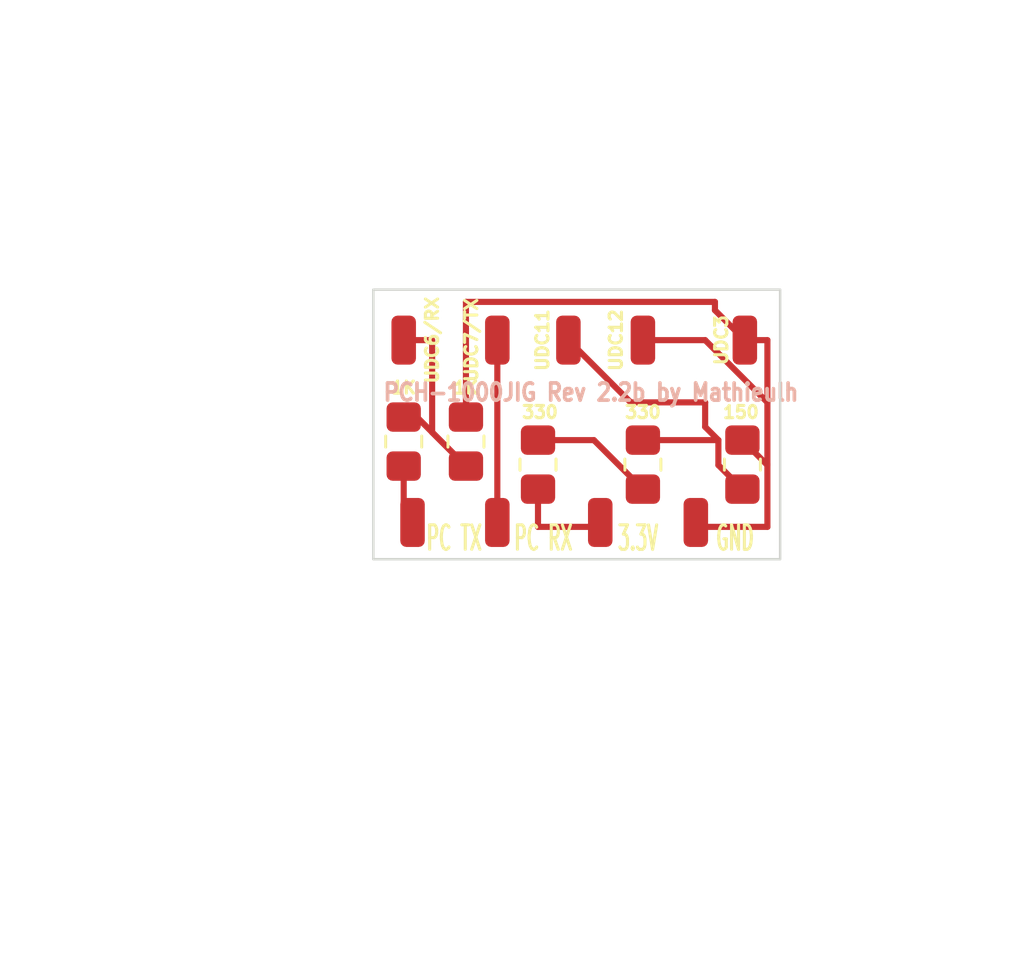
<source format=kicad_pcb>
(kicad_pcb (version 20221018) (generator pcbnew)
  (layers (0 "F.Cu" signal) (31 "B.Cu" signal) (34 "B.Paste" user) (35 "F.Paste" user) (36 "B.SilkS" user "B.Silkscreen") (37 "F.SilkS" user "F.Silkscreen") (38 "B.Mask" user) (39 "F.Mask" user) (44 "Edge.Cuts" user))
  (net 0 "")
  (footprint "Connector_Wire:SolderWirePad_1x01_SMD_1x2mm" (layer "F.Cu") (at 50.4 35.56)
    (fp_text reference "UDC12" (at -1.1 0 90) (layer "F.SilkS") (effects (font (size 0.5 0.5))))
    (fp_text value "SolderWirePad_1x01_SMD_1x2mm")
    (pad "1" smd roundrect (at 0 0) (size 1 2) (layers "F.Cu" "F.Paste" "F.Mask"))
  )
  (footprint "Resistor_SMD:R_0805_2012Metric_Pad1.20x1.40mm_HandSolder" (layer "F.Cu") (at 50.4 40.64 90)
    (fp_text reference "330" (at 2.14 0) (layer "F.SilkS") (effects (font (size 0.5 0.5))))
    (fp_text value "R_0805_2012Metric_Pad1.20x1.40mm_HandSolder")
    (fp_line (start -0.227064 -0.735) (end 0.227064 -0.735) (stroke (width 0.12)) (layer "F.SilkS"))
    (fp_line (start -0.227064 0.735) (end 0.227064 0.735) (stroke (width 0.12)) (layer "F.SilkS"))
    (pad "1" smd roundrect (at -1 0 90) (size 1.2 1.4) (layers "F.Cu" "F.Paste" "F.Mask") (roundrect_rratio 0.2083333333))
    (pad "2" smd roundrect (at 1 0 90) (size 1.2 1.4) (layers "F.Cu" "F.Paste" "F.Mask") (roundrect_rratio 0.2083333333))
  )
  (footprint "Resistor_SMD:R_0805_2012Metric_Pad1.20x1.40mm_HandSolder" (layer "F.Cu") (at 40.64 39.7 90)
    (fp_text reference "1K" (at 2.2 2.54 180) (layer "F.SilkS") (effects (font (size 0.5 0.5))))
    (fp_text value "R_0805_2012Metric_Pad1.20x1.40mm_HandSolder")
    (fp_line (start -0.227064 -0.735) (end 0.227064 -0.735) (stroke (width 0.12)) (layer "F.SilkS"))
    (fp_line (start -0.227064 0.735) (end 0.227064 0.735) (stroke (width 0.12)) (layer "F.SilkS"))
    (pad "1" smd roundrect (at -1 0 90) (size 1.2 1.4) (layers "F.Cu" "F.Paste" "F.Mask") (roundrect_rratio 0.2083333333))
    (pad "2" smd roundrect (at 1 0 90) (size 1.2 1.4) (layers "F.Cu" "F.Paste" "F.Mask") (roundrect_rratio 0.2083333333))
  )
  (footprint "Resistor_SMD:R_0805_2012Metric_Pad1.20x1.40mm_HandSolder" (layer "F.Cu") (at 54.46 40.64 90)
    (fp_text reference "150" (at 2.14 -0.06) (layer "F.SilkS") (effects (font (size 0.5 0.5))))
    (fp_text value "R_0805_2012Metric_Pad1.20x1.40mm_HandSolder")
    (fp_line (start -0.227064 -0.735) (end 0.227064 -0.735) (stroke (width 0.12)) (layer "F.SilkS"))
    (fp_line (start -0.227064 0.735) (end 0.227064 0.735) (stroke (width 0.12)) (layer "F.SilkS"))
    (pad "1" smd roundrect (at -1 0 90) (size 1.2 1.4) (layers "F.Cu" "F.Paste" "F.Mask") (roundrect_rratio 0.2083333333))
    (pad "2" smd roundrect (at 1 0 90) (size 1.2 1.4) (layers "F.Cu" "F.Paste" "F.Mask") (roundrect_rratio 0.2083333333))
  )
  (footprint "Connector_Wire:SolderWirePad_1x01_SMD_1x2mm" (layer "F.Cu") (at 47.36 35.56)
    (fp_text reference "UDC11" (at -1.06 0 90) (layer "F.SilkS") (effects (font (size 0.5 0.5))))
    (fp_text value "SolderWirePad_1x01_SMD_1x2mm")
    (pad "1" smd roundrect (at 0 0) (size 1 2) (layers "F.Cu" "F.Paste" "F.Mask"))
  )
  (footprint "Resistor_SMD:R_0805_2012Metric_Pad1.20x1.40mm_HandSolder" (layer "F.Cu") (at 46.12 40.64 90)
    (fp_text reference "330" (at 2.14 0.08) (layer "F.SilkS") (effects (font (size 0.5 0.5))))
    (fp_text value "R_0805_2012Metric_Pad1.20x1.40mm_HandSolder")
    (fp_line (start -0.227064 -0.735) (end 0.227064 -0.735) (stroke (width 0.12)) (layer "F.SilkS"))
    (fp_line (start -0.227064 0.735) (end 0.227064 0.735) (stroke (width 0.12)) (layer "F.SilkS"))
    (pad "1" smd roundrect (at -1 0 90) (size 1.2 1.4) (layers "F.Cu" "F.Paste" "F.Mask") (roundrect_rratio 0.2083333333))
    (pad "2" smd roundrect (at 1 0 90) (size 1.2 1.4) (layers "F.Cu" "F.Paste" "F.Mask") (roundrect_rratio 0.2083333333))
  )
  (footprint "Resistor_SMD:R_0805_2012Metric_Pad1.20x1.40mm_HandSolder" (layer "F.Cu") (at 43.18 39.7 90)
    (fp_text reference "1K" (at 2.2 -2.54) (layer "F.SilkS") (effects (font (size 0.5 0.5))))
    (fp_text value "R_0805_2012Metric_Pad1.20x1.40mm_HandSolder")
    (fp_line (start -0.227064 -0.735) (end 0.227064 -0.735) (stroke (width 0.12)) (layer "F.SilkS"))
    (fp_line (start -0.227064 0.735) (end 0.227064 0.735) (stroke (width 0.12)) (layer "F.SilkS"))
    (pad "1" smd roundrect (at -1 0 90) (size 1.2 1.4) (layers "F.Cu" "F.Paste" "F.Mask") (roundrect_rratio 0.2083333333))
    (pad "2" smd roundrect (at 1 0 90) (size 1.2 1.4) (layers "F.Cu" "F.Paste" "F.Mask") (roundrect_rratio 0.2083333333))
  )
  (footprint "Connector_Wire:SolderWirePad_1x01_SMD_1x2mm" (layer "F.Cu") (at 48.66 43)
    (fp_text reference "3.3V" (at 1.54 0.64) (layer "F.SilkS") (effects (font (size 1 0.5))))
    (fp_text value "SolderWirePad_1x01_SMD_1x2mm")
    (pad "1" smd roundrect (at 0 0) (size 1 2) (layers "F.Cu" "F.Paste" "F.Mask"))
  )
  (footprint "Connector_Wire:SolderWirePad_1x01_SMD_1x2mm" (layer "F.Cu") (at 44.46 35.56)
    (fp_text reference "UDC7/TX" (at -1.06 0 90) (layer "F.SilkS") (effects (font (size 0.5 0.5))))
    (fp_text value "SolderWirePad_1x01_SMD_1x2mm")
    (pad "1" smd roundrect (at 0 0) (size 1 2) (layers "F.Cu" "F.Paste" "F.Mask"))
  )
  (footprint "Connector_Wire:SolderWirePad_1x01_SMD_1x2mm" (layer "F.Cu") (at 44.46 43)
    (fp_text reference "PC RX" (at 1.88 0.64) (layer "F.SilkS") (effects (font (size 1 0.5))))
    (fp_text value "SolderWirePad_1x01_SMD_1x2mm")
    (pad "1" smd roundrect (at 0 0) (size 1 2) (layers "F.Cu" "F.Paste" "F.Mask"))
  )
  (footprint "Connector_Wire:SolderWirePad_1x01_SMD_1x2mm" (layer "F.Cu") (at 52.56 43)
    (fp_text reference "GND" (at 1.6 0.64) (layer "F.SilkS") (effects (font (size 1 0.5))))
    (fp_text value "SolderWirePad_1x01_SMD_1x2mm")
    (pad "1" smd roundrect (at 0 0) (size 1 2) (layers "F.Cu" "F.Paste" "F.Mask"))
  )
  (footprint "Connector_Wire:SolderWirePad_1x01_SMD_1x2mm" (layer "F.Cu") (at 40.64 35.56)
    (fp_text reference "UDC6/RX" (at 1.16 0 90) (layer "F.SilkS") (effects (font (size 0.5 0.5))))
    (fp_text value "SolderWirePad_1x01_SMD_1x2mm")
    (pad "1" smd roundrect (at 0 0) (size 1 2) (layers "F.Cu" "F.Paste" "F.Mask"))
  )
  (footprint "Connector_Wire:SolderWirePad_1x01_SMD_1x2mm" (layer "F.Cu") (at 54.56 35.56)
    (fp_text reference "UDC3" (at -0.96 0 90) (layer "F.SilkS") (effects (font (size 0.5 0.5))))
    (fp_text value "SolderWirePad_1x01_SMD_1x2mm")
    (pad "1" smd roundrect (at 0 0) (size 1 2) (layers "F.Cu" "F.Paste" "F.Mask"))
  )
  (footprint "Connector_Wire:SolderWirePad_1x01_SMD_1x2mm" (layer "F.Cu") (at 41 43)
    (fp_text reference "PC TX" (at 1.7 0.64) (layer "F.SilkS") (effects (font (size 1 0.5))))
    (fp_text value "SolderWirePad_1x01_SMD_1x2mm")
    (pad "1" smd roundrect (at 0 0) (size 1 2) (layers "F.Cu" "F.Paste" "F.Mask"))
  )
  (gr_rect (start 39.4 33.5) (end 56 44.5) (stroke (width 0.1)) (fill none) (layer "Edge.Cuts"))
  (gr_text "PCH-1000JIG Rev 2.2b by Mathieulh" (at 39.74 38.1) (layer "B.SilkS") (effects (font (size 0.7 0.6) (thickness 0.15) bold) (justify left bottom)))
  (segment (start 55.48 38.1) (end 55.48 40.64) (width 0.25) (layer "F.Cu") (net 0))
  (segment (start 46.12 43.18) (end 48.48 43.18) (width 0.25) (layer "F.Cu") (net 0))
  (segment (start 52.74 43.18) (end 52.56 43) (width 0.25) (layer "F.Cu") (net 0))
  (segment (start 49.9 38.1) (end 47.36 35.56) (width 0.25) (layer "F.Cu") (net 0))
  (segment (start 52.94 39.1) (end 52.94 38.1) (width 0.25) (layer "F.Cu") (net 0))
  (segment (start 53.34 34.34) (end 54.56 35.56) (width 0.25) (layer "F.Cu") (net 0))
  (segment (start 46.12 39.64) (end 48.4 39.64) (width 0.25) (layer "F.Cu") (net 0))
  (segment (start 40.64 40.7) (end 40.64 42.64) (width 0.25) (layer "F.Cu") (net 0))
  (segment (start 53.48 40.66) (end 54.46 41.64) (width 0.25) (layer "F.Cu") (net 0))
  (segment (start 55.48 35.56) (end 54.56 35.56) (width 0.25) (layer "F.Cu") (net 0))
  (segment (start 40.64 38.7) (end 40.64 39.1) (width 0.25) (layer "F.Cu") (net 0))
  (segment (start 50.4 39.64) (end 53.48 39.64) (width 0.25) (layer "F.Cu") (net 0))
  (segment (start 41 43.18) (end 40.64 43.18) (width 0) (layer "F.Cu") (net 0))
  (segment (start 41.8 35.56) (end 41.8 39.32) (width 0.25) (layer "F.Cu") (net 0))
  (segment (start 53.48 39.64) (end 53.48 40.66) (width 0.25) (layer "F.Cu") (net 0))
  (segment (start 55.48 40.64) (end 55.48 43.18) (width 0.25) (layer "F.Cu") (net 0))
  (segment (start 55.48 40.64) (end 55.46 40.64) (width 0.25) (layer "F.Cu") (net 0))
  (segment (start 55.48 43.18) (end 52.74 43.18) (width 0.25) (layer "F.Cu") (net 0))
  (segment (start 52.94 35.56) (end 55.48 38.1) (width 0.25) (layer "F.Cu") (net 0))
  (segment (start 41 43) (end 40.46 43) (width 0) (layer "F.Cu") (net 0))
  (segment (start 40.64 42.64) (end 41 43) (width 0) (layer "F.Cu") (net 0))
  (segment (start 41 40.86) (end 40.64 40.5) (width 0) (layer "F.Cu") (net 0))
  (segment (start 40.64 38.7) (end 41.18 38.7) (width 0.25) (layer "F.Cu") (net 0))
  (segment (start 53.48 39.64) (end 52.94 39.1) (width 0.25) (layer "F.Cu") (net 0))
  (segment (start 48.4 39.64) (end 50.4 41.64) (width 0.25) (layer "F.Cu") (net 0))
  (segment (start 41.8 39.32) (end 43.15 40.67) (width 0.25) (layer "F.Cu") (net 0))
  (segment (start 46.12 41.64) (end 46.12 43.18) (width 0.25) (layer "F.Cu") (net 0))
  (segment (start 40.64 35.56) (end 41.8 35.56) (width 0.25) (layer "F.Cu") (net 0))
  (segment (start 55.46 40.64) (end 54.46 39.64) (width 0.25) (layer "F.Cu") (net 0))
  (segment (start 52.94 38.1) (end 49.9 38.1) (width 0.25) (layer "F.Cu") (net 0))
  (segment (start 55.48 35.56) (end 55.48 38.1) (width 0.25) (layer "F.Cu") (net 0))
  (segment (start 50.4 35.56) (end 52.94 35.56) (width 0.25) (layer "F.Cu") (net 0))
  (segment (start 53.34 34) (end 53.34 34.34) (width 0.25) (layer "F.Cu") (net 0))
  (segment (start 48.48 43.18) (end 48.66 43) (width 0.25) (layer "F.Cu") (net 0))
  (segment (start 43.15 40.67) (end 43.18 40.7) (width 0.25) (layer "F.Cu") (net 0))
  (segment (start 43.18 34) (end 53.34 34) (width 0.25) (layer "F.Cu") (net 0))
  (segment (start 43.18 34) (end 43.18 38.7) (width 0.25) (layer "F.Cu") (net 0))
  (segment (start 41.18 38.7) (end 43.15 40.67) (width 0.25) (layer "F.Cu") (net 0))
  (segment (start 44.46 35.56) (end 44.46 43) (width 0.25) (layer "F.Cu") (net 0))
)
</source>
